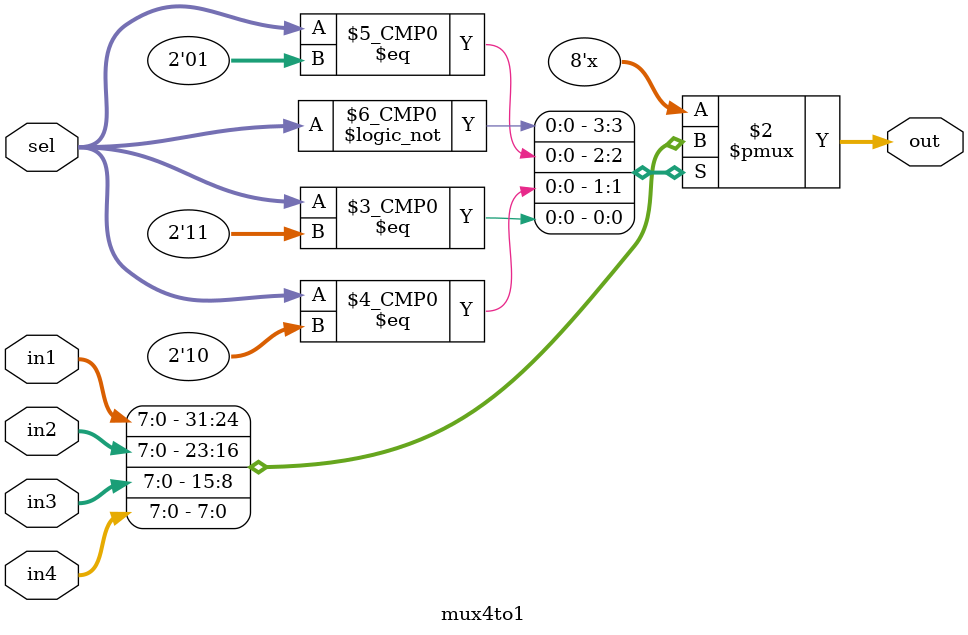
<source format=v>
`timescale 1ns / 1ps
module mux4to1(
				 input [7:0]in1,
				 input [7:0]in2,
				 input [7:0]in3,
				 input [7:0]in4,
				 output reg [7:0]out,
				 input [1:0]sel
    );
	 always@(*)
	 begin
		 case(sel)
			 2'd0:
			 out=in1;
			 
			 2'd1:
			 out=in2;
			 
			 2'd2:
			 out=in3;
			 
			 2'd3:
			 out=in4;
		 endcase
	 end


endmodule


</source>
